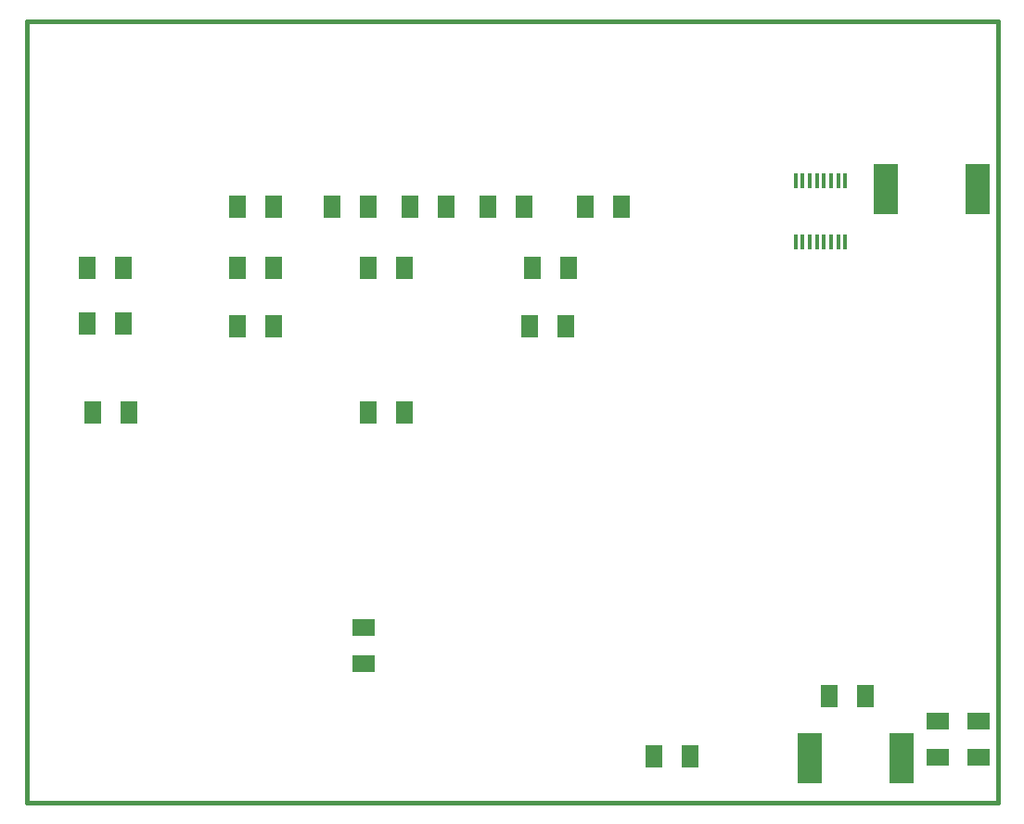
<source format=gtp>
G04 (created by PCBNEW-RS274X (2010-05-05 BZR 2356)-stable) date 12/25/2011 2:18:58 PM*
G01*
G70*
G90*
%MOIN*%
G04 Gerber Fmt 3.4, Leading zero omitted, Abs format*
%FSLAX34Y34*%
G04 APERTURE LIST*
%ADD10C,0.006000*%
%ADD11C,0.015000*%
%ADD12R,0.090500X0.181100*%
%ADD13R,0.060000X0.080000*%
%ADD14R,0.080000X0.060000*%
%ADD15R,0.016500X0.057900*%
G04 APERTURE END LIST*
G54D10*
G54D11*
X23570Y-70490D02*
X23580Y-70490D01*
X23570Y-71130D02*
X23570Y-70490D01*
X58480Y-71130D02*
X23570Y-71130D01*
X58480Y-43050D02*
X58480Y-71130D01*
X23570Y-43050D02*
X58480Y-43050D01*
X23570Y-70590D02*
X23570Y-43050D01*
G54D12*
X51727Y-69560D03*
X55033Y-69560D03*
X57743Y-49090D03*
X54437Y-49090D03*
G54D13*
X52420Y-67320D03*
X53720Y-67320D03*
X37150Y-57100D03*
X35850Y-57100D03*
X25950Y-57100D03*
X27250Y-57100D03*
X31150Y-54000D03*
X32450Y-54000D03*
X31150Y-51900D03*
X32450Y-51900D03*
X27050Y-51900D03*
X25750Y-51900D03*
G54D14*
X56330Y-68210D03*
X56330Y-69510D03*
G54D13*
X37150Y-51900D03*
X35850Y-51900D03*
X34550Y-49700D03*
X35850Y-49700D03*
X31150Y-49700D03*
X32450Y-49700D03*
X46130Y-69490D03*
X47430Y-69490D03*
X44950Y-49700D03*
X43650Y-49700D03*
G54D14*
X57800Y-69510D03*
X57800Y-68210D03*
G54D13*
X41450Y-49700D03*
X40150Y-49700D03*
X37350Y-49700D03*
X38650Y-49700D03*
X41650Y-54000D03*
X42950Y-54000D03*
G54D14*
X35700Y-66150D03*
X35700Y-64850D03*
G54D13*
X41750Y-51900D03*
X43050Y-51900D03*
X27050Y-53900D03*
X25750Y-53900D03*
G54D15*
X51972Y-50972D03*
X52228Y-50972D03*
X52484Y-50972D03*
X52740Y-50972D03*
X51208Y-48770D03*
X51204Y-50972D03*
X51460Y-50972D03*
X51716Y-50972D03*
X52996Y-48768D03*
X52740Y-48768D03*
X52484Y-48768D03*
X52228Y-48768D03*
X51972Y-48768D03*
X51716Y-48768D03*
X52996Y-50972D03*
X51460Y-48770D03*
M02*

</source>
